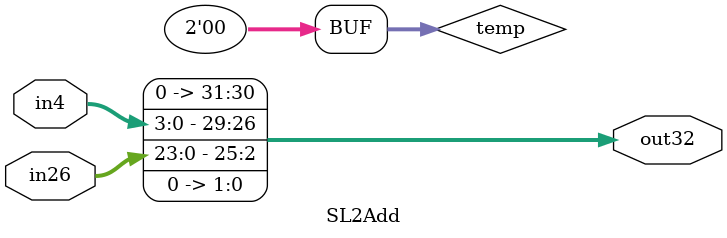
<source format=v>
module SL2Add(in26,in4,out32);
	input[25:0] in26;
	input[3:0] in4;
	output[31:0] out32;
	reg[1:0] temp;

	initial
		temp=0;

	assign out32={in4,in26[23:0],temp};

endmodule
</source>
